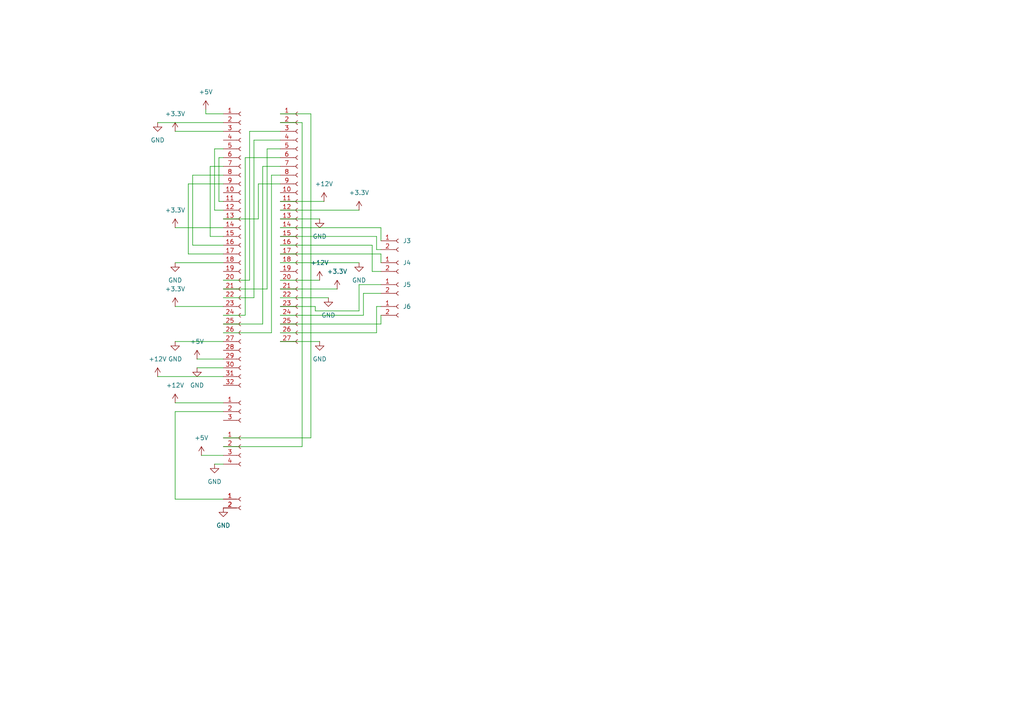
<source format=kicad_sch>
(kicad_sch (version 20250114) (generator "eeschema") (generator_version "9.0")
  (paper "A4")
  (lib_symbols
    (symbol "Connector:Conn_01x02_Socket" (pin_names (offset 1.016) (hide yes))
      (property "Reference" "J" (at 0 2.54 0))
      (property "Value" "Conn_01x02_Socket" (at 0 -5.08 0))
      (symbol "Conn_01x02_Socket_1_1"
        (polyline (pts (xy -1.27 0) (xy -0.508 0)) (stroke (width 0.1524)))
        (polyline (pts (xy -1.27 -2.54) (xy -0.508 -2.54)) (stroke (width 0.1524)))
        (arc (start 0 -0.508) (mid -0.5058 0) (end 0 0.508) (stroke (width 0.1524)))
        (arc (start 0 -3.048) (mid -0.5058 -2.54) (end 0 -2.032) (stroke (width 0.1524)))
        (pin passive line (at -5.08 0 0) (length 3.81) (name "Pin_1") (number "1"))
        (pin passive line (at -5.08 -2.54 0) (length 3.81) (name "Pin_2") (number "2"))
      )
    )
    (symbol "Connector:Conn_01x03_Socket" (pin_names (offset 1.016) (hide yes))
      (property "Reference" "J" (at 0 5.08 0))
      (property "Value" "Conn_01x03_Socket" (at 0 -5.08 0))
      (symbol "Conn_01x03_Socket_1_1"
        (polyline (pts (xy -1.27 2.54) (xy -0.508 2.54)) (stroke (width 0.1524)))
        (polyline (pts (xy -1.27 0) (xy -0.508 0)) (stroke (width 0.1524)))
        (polyline (pts (xy -1.27 -2.54) (xy -0.508 -2.54)) (stroke (width 0.1524)))
        (arc (start 0 2.032) (mid -0.5058 2.54) (end 0 3.048) (stroke (width 0.1524)))
        (arc (start 0 -0.508) (mid -0.5058 0) (end 0 0.508) (stroke (width 0.1524)))
        (arc (start 0 -3.048) (mid -0.5058 -2.54) (end 0 -2.032) (stroke (width 0.1524)))
        (pin passive line (at -5.08 2.54 0) (length 3.81) (name "Pin_1") (number "1"))
        (pin passive line (at -5.08 0 0) (length 3.81) (name "Pin_2") (number "2"))
        (pin passive line (at -5.08 -2.54 0) (length 3.81) (name "Pin_3") (number "3"))
      )
    )
    (symbol "Connector:Conn_01x04_Socket" (pin_names (offset 1.016) (hide yes))
      (property "Reference" "J" (at 0 5.08 0))
      (property "Value" "Conn_01x04_Socket" (at 0 -7.62 0))
      (symbol "Conn_01x04_Socket_1_1"
        (polyline (pts (xy -1.27 2.54) (xy -0.508 2.54)) (stroke (width 0.1524)))
        (polyline (pts (xy -1.27 0) (xy -0.508 0)) (stroke (width 0.1524)))
        (polyline (pts (xy -1.27 -2.54) (xy -0.508 -2.54)) (stroke (width 0.1524)))
        (polyline (pts (xy -1.27 -5.08) (xy -0.508 -5.08)) (stroke (width 0.1524)))
        (arc (start 0 2.032) (mid -0.5058 2.54) (end 0 3.048) (stroke (width 0.1524)))
        (arc (start 0 -0.508) (mid -0.5058 0) (end 0 0.508) (stroke (width 0.1524)))
        (arc (start 0 -3.048) (mid -0.5058 -2.54) (end 0 -2.032) (stroke (width 0.1524)))
        (arc (start 0 -5.588) (mid -0.5058 -5.08) (end 0 -4.572) (stroke (width 0.1524)))
        (pin passive line (at -5.08 2.54 0) (length 3.81) (name "Pin_1") (number "1"))
        (pin passive line (at -5.08 0 0) (length 3.81) (name "Pin_2") (number "2"))
        (pin passive line (at -5.08 -2.54 0) (length 3.81) (name "Pin_3") (number "3"))
        (pin passive line (at -5.08 -5.08 0) (length 3.81) (name "Pin_4") (number "4"))
      )
    )
    (symbol "Connector:Conn_01x27_Socket" (pin_names (offset 1.016) (hide yes))
      (property "Reference" "J" (at 0 35.56 0))
      (property "Value" "Conn_01x27_Socket" (at 0 -35.56 0))
      (symbol "Conn_01x27_Socket_1_1"
        (polyline (pts (xy -1.27 33.02) (xy -0.508 33.02)) (stroke (width 0.1524)))
        (polyline (pts (xy -1.27 30.48) (xy -0.508 30.48)) (stroke (width 0.1524)))
        (polyline (pts (xy -1.27 27.94) (xy -0.508 27.94)) (stroke (width 0.1524)))
        (polyline (pts (xy -1.27 25.4) (xy -0.508 25.4)) (stroke (width 0.1524)))
        (polyline (pts (xy -1.27 22.86) (xy -0.508 22.86)) (stroke (width 0.1524)))
        (polyline (pts (xy -1.27 20.32) (xy -0.508 20.32)) (stroke (width 0.1524)))
        (polyline (pts (xy -1.27 17.78) (xy -0.508 17.78)) (stroke (width 0.1524)))
        (polyline (pts (xy -1.27 15.24) (xy -0.508 15.24)) (stroke (width 0.1524)))
        (polyline (pts (xy -1.27 12.7) (xy -0.508 12.7)) (stroke (width 0.1524)))
        (polyline (pts (xy -1.27 10.16) (xy -0.508 10.16)) (stroke (width 0.1524)))
        (polyline (pts (xy -1.27 7.62) (xy -0.508 7.62)) (stroke (width 0.1524)))
        (polyline (pts (xy -1.27 5.08) (xy -0.508 5.08)) (stroke (width 0.1524)))
        (polyline (pts (xy -1.27 2.54) (xy -0.508 2.54)) (stroke (width 0.1524)))
        (polyline (pts (xy -1.27 0) (xy -0.508 0)) (stroke (width 0.1524)))
        (polyline (pts (xy -1.27 -2.54) (xy -0.508 -2.54)) (stroke (width 0.1524)))
        (polyline (pts (xy -1.27 -5.08) (xy -0.508 -5.08)) (stroke (width 0.1524)))
        (polyline (pts (xy -1.27 -7.62) (xy -0.508 -7.62)) (stroke (width 0.1524)))
        (polyline (pts (xy -1.27 -10.16) (xy -0.508 -10.16)) (stroke (width 0.1524)))
        (polyline (pts (xy -1.27 -12.7) (xy -0.508 -12.7)) (stroke (width 0.1524)))
        (polyline (pts (xy -1.27 -15.24) (xy -0.508 -15.24)) (stroke (width 0.1524)))
        (polyline (pts (xy -1.27 -17.78) (xy -0.508 -17.78)) (stroke (width 0.1524)))
        (polyline (pts (xy -1.27 -20.32) (xy -0.508 -20.32)) (stroke (width 0.1524)))
        (polyline (pts (xy -1.27 -22.86) (xy -0.508 -22.86)) (stroke (width 0.1524)))
        (polyline (pts (xy -1.27 -25.4) (xy -0.508 -25.4)) (stroke (width 0.1524)))
        (polyline (pts (xy -1.27 -27.94) (xy -0.508 -27.94)) (stroke (width 0.1524)))
        (polyline (pts (xy -1.27 -30.48) (xy -0.508 -30.48)) (stroke (width 0.1524)))
        (polyline (pts (xy -1.27 -33.02) (xy -0.508 -33.02)) (stroke (width 0.1524)))
        (arc (start 0 32.512) (mid -0.5058 33.02) (end 0 33.528) (stroke (width 0.1524)))
        (arc (start 0 29.972) (mid -0.5058 30.48) (end 0 30.988) (stroke (width 0.1524)))
        (arc (start 0 27.432) (mid -0.5058 27.94) (end 0 28.448) (stroke (width 0.1524)))
        (arc (start 0 24.892) (mid -0.5058 25.4) (end 0 25.908) (stroke (width 0.1524)))
        (arc (start 0 22.352) (mid -0.5058 22.86) (end 0 23.368) (stroke (width 0.1524)))
        (arc (start 0 19.812) (mid -0.5058 20.32) (end 0 20.828) (stroke (width 0.1524)))
        (arc (start 0 17.272) (mid -0.5058 17.78) (end 0 18.288) (stroke (width 0.1524)))
        (arc (start 0 14.732) (mid -0.5058 15.24) (end 0 15.748) (stroke (width 0.1524)))
        (arc (start 0 12.192) (mid -0.5058 12.7) (end 0 13.208) (stroke (width 0.1524)))
        (arc (start 0 9.652) (mid -0.5058 10.16) (end 0 10.668) (stroke (width 0.1524)))
        (arc (start 0 7.112) (mid -0.5058 7.62) (end 0 8.128) (stroke (width 0.1524)))
        (arc (start 0 4.572) (mid -0.5058 5.08) (end 0 5.588) (stroke (width 0.1524)))
        (arc (start 0 2.032) (mid -0.5058 2.54) (end 0 3.048) (stroke (width 0.1524)))
        (arc (start 0 -0.508) (mid -0.5058 0) (end 0 0.508) (stroke (width 0.1524)))
        (arc (start 0 -3.048) (mid -0.5058 -2.54) (end 0 -2.032) (stroke (width 0.1524)))
        (arc (start 0 -5.588) (mid -0.5058 -5.08) (end 0 -4.572) (stroke (width 0.1524)))
        (arc (start 0 -8.128) (mid -0.5058 -7.62) (end 0 -7.112) (stroke (width 0.1524)))
        (arc (start 0 -10.668) (mid -0.5058 -10.16) (end 0 -9.652) (stroke (width 0.1524)))
        (arc (start 0 -13.208) (mid -0.5058 -12.7) (end 0 -12.192) (stroke (width 0.1524)))
        (arc (start 0 -15.748) (mid -0.5058 -15.24) (end 0 -14.732) (stroke (width 0.1524)))
        (arc (start 0 -18.288) (mid -0.5058 -17.78) (end 0 -17.272) (stroke (width 0.1524)))
        (arc (start 0 -20.828) (mid -0.5058 -20.32) (end 0 -19.812) (stroke (width 0.1524)))
        (arc (start 0 -23.368) (mid -0.5058 -22.86) (end 0 -22.352) (stroke (width 0.1524)))
        (arc (start 0 -25.908) (mid -0.5058 -25.4) (end 0 -24.892) (stroke (width 0.1524)))
        (arc (start 0 -28.448) (mid -0.5058 -27.94) (end 0 -27.432) (stroke (width 0.1524)))
        (arc (start 0 -30.988) (mid -0.5058 -30.48) (end 0 -29.972) (stroke (width 0.1524)))
        (arc (start 0 -33.528) (mid -0.5058 -33.02) (end 0 -32.512) (stroke (width 0.1524)))
        (pin passive line (at -5.08 33.02 0) (length 3.81) (name "Pin_1") (number "1"))
        (pin passive line (at -5.08 30.48 0) (length 3.81) (name "Pin_2") (number "2"))
        (pin passive line (at -5.08 27.94 0) (length 3.81) (name "Pin_3") (number "3"))
        (pin passive line (at -5.08 25.4 0) (length 3.81) (name "Pin_4") (number "4"))
        (pin passive line (at -5.08 22.86 0) (length 3.81) (name "Pin_5") (number "5"))
        (pin passive line (at -5.08 20.32 0) (length 3.81) (name "Pin_6") (number "6"))
        (pin passive line (at -5.08 17.78 0) (length 3.81) (name "Pin_7") (number "7"))
        (pin passive line (at -5.08 15.24 0) (length 3.81) (name "Pin_8") (number "8"))
        (pin passive line (at -5.08 12.7 0) (length 3.81) (name "Pin_9") (number "9"))
        (pin passive line (at -5.08 10.16 0) (length 3.81) (name "Pin_10") (number "10"))
        (pin passive line (at -5.08 7.62 0) (length 3.81) (name "Pin_11") (number "11"))
        (pin passive line (at -5.08 5.08 0) (length 3.81) (name "Pin_12") (number "12"))
        (pin passive line (at -5.08 2.54 0) (length 3.81) (name "Pin_13") (number "13"))
        (pin passive line (at -5.08 0 0) (length 3.81) (name "Pin_14") (number "14"))
        (pin passive line (at -5.08 -2.54 0) (length 3.81) (name "Pin_15") (number "15"))
        (pin passive line (at -5.08 -5.08 0) (length 3.81) (name "Pin_16") (number "16"))
        (pin passive line (at -5.08 -7.62 0) (length 3.81) (name "Pin_17") (number "17"))
        (pin passive line (at -5.08 -10.16 0) (length 3.81) (name "Pin_18") (number "18"))
        (pin passive line (at -5.08 -12.7 0) (length 3.81) (name "Pin_19") (number "19"))
        (pin passive line (at -5.08 -15.24 0) (length 3.81) (name "Pin_20") (number "20"))
        (pin passive line (at -5.08 -17.78 0) (length 3.81) (name "Pin_21") (number "21"))
        (pin passive line (at -5.08 -20.32 0) (length 3.81) (name "Pin_22") (number "22"))
        (pin passive line (at -5.08 -22.86 0) (length 3.81) (name "Pin_23") (number "23"))
        (pin passive line (at -5.08 -25.4 0) (length 3.81) (name "Pin_24") (number "24"))
        (pin passive line (at -5.08 -27.94 0) (length 3.81) (name "Pin_25") (number "25"))
        (pin passive line (at -5.08 -30.48 0) (length 3.81) (name "Pin_26") (number "26"))
        (pin passive line (at -5.08 -33.02 0) (length 3.81) (name "Pin_27") (number "27"))
      )
    )
    (symbol "Connector:Conn_01x32_Socket" (pin_names (offset 1.016) (hide yes))
      (property "Reference" "J" (at 0 40.64 0))
      (property "Value" "Conn_01x32_Socket" (at 0 -43.18 0))
      (symbol "Conn_01x32_Socket_1_1"
        (polyline (pts (xy -1.27 38.1) (xy -0.508 38.1)) (stroke (width 0.1524)))
        (polyline (pts (xy -1.27 35.56) (xy -0.508 35.56)) (stroke (width 0.1524)))
        (polyline (pts (xy -1.27 33.02) (xy -0.508 33.02)) (stroke (width 0.1524)))
        (polyline (pts (xy -1.27 30.48) (xy -0.508 30.48)) (stroke (width 0.1524)))
        (polyline (pts (xy -1.27 27.94) (xy -0.508 27.94)) (stroke (width 0.1524)))
        (polyline (pts (xy -1.27 25.4) (xy -0.508 25.4)) (stroke (width 0.1524)))
        (polyline (pts (xy -1.27 22.86) (xy -0.508 22.86)) (stroke (width 0.1524)))
        (polyline (pts (xy -1.27 20.32) (xy -0.508 20.32)) (stroke (width 0.1524)))
        (polyline (pts (xy -1.27 17.78) (xy -0.508 17.78)) (stroke (width 0.1524)))
        (polyline (pts (xy -1.27 15.24) (xy -0.508 15.24)) (stroke (width 0.1524)))
        (polyline (pts (xy -1.27 12.7) (xy -0.508 12.7)) (stroke (width 0.1524)))
        (polyline (pts (xy -1.27 10.16) (xy -0.508 10.16)) (stroke (width 0.1524)))
        (polyline (pts (xy -1.27 7.62) (xy -0.508 7.62)) (stroke (width 0.1524)))
        (polyline (pts (xy -1.27 5.08) (xy -0.508 5.08)) (stroke (width 0.1524)))
        (polyline (pts (xy -1.27 2.54) (xy -0.508 2.54)) (stroke (width 0.1524)))
        (polyline (pts (xy -1.27 0) (xy -0.508 0)) (stroke (width 0.1524)))
        (polyline (pts (xy -1.27 -2.54) (xy -0.508 -2.54)) (stroke (width 0.1524)))
        (polyline (pts (xy -1.27 -5.08) (xy -0.508 -5.08)) (stroke (width 0.1524)))
        (polyline (pts (xy -1.27 -7.62) (xy -0.508 -7.62)) (stroke (width 0.1524)))
        (polyline (pts (xy -1.27 -10.16) (xy -0.508 -10.16)) (stroke (width 0.1524)))
        (polyline (pts (xy -1.27 -12.7) (xy -0.508 -12.7)) (stroke (width 0.1524)))
        (polyline (pts (xy -1.27 -15.24) (xy -0.508 -15.24)) (stroke (width 0.1524)))
        (polyline (pts (xy -1.27 -17.78) (xy -0.508 -17.78)) (stroke (width 0.1524)))
        (polyline (pts (xy -1.27 -20.32) (xy -0.508 -20.32)) (stroke (width 0.1524)))
        (polyline (pts (xy -1.27 -22.86) (xy -0.508 -22.86)) (stroke (width 0.1524)))
        (polyline (pts (xy -1.27 -25.4) (xy -0.508 -25.4)) (stroke (width 0.1524)))
        (polyline (pts (xy -1.27 -27.94) (xy -0.508 -27.94)) (stroke (width 0.1524)))
        (polyline (pts (xy -1.27 -30.48) (xy -0.508 -30.48)) (stroke (width 0.1524)))
        (polyline (pts (xy -1.27 -33.02) (xy -0.508 -33.02)) (stroke (width 0.1524)))
        (polyline (pts (xy -1.27 -35.56) (xy -0.508 -35.56)) (stroke (width 0.1524)))
        (polyline (pts (xy -1.27 -38.1) (xy -0.508 -38.1)) (stroke (width 0.1524)))
        (polyline (pts (xy -1.27 -40.64) (xy -0.508 -40.64)) (stroke (width 0.1524)))
        (arc (start 0 37.592) (mid -0.5058 38.1) (end 0 38.608) (stroke (width 0.1524)))
        (arc (start 0 35.052) (mid -0.5058 35.56) (end 0 36.068) (stroke (width 0.1524)))
        (arc (start 0 32.512) (mid -0.5058 33.02) (end 0 33.528) (stroke (width 0.1524)))
        (arc (start 0 29.972) (mid -0.5058 30.48) (end 0 30.988) (stroke (width 0.1524)))
        (arc (start 0 27.432) (mid -0.5058 27.94) (end 0 28.448) (stroke (width 0.1524)))
        (arc (start 0 24.892) (mid -0.5058 25.4) (end 0 25.908) (stroke (width 0.1524)))
        (arc (start 0 22.352) (mid -0.5058 22.86) (end 0 23.368) (stroke (width 0.1524)))
        (arc (start 0 19.812) (mid -0.5058 20.32) (end 0 20.828) (stroke (width 0.1524)))
        (arc (start 0 17.272) (mid -0.5058 17.78) (end 0 18.288) (stroke (width 0.1524)))
        (arc (start 0 14.732) (mid -0.5058 15.24) (end 0 15.748) (stroke (width 0.1524)))
        (arc (start 0 12.192) (mid -0.5058 12.7) (end 0 13.208) (stroke (width 0.1524)))
        (arc (start 0 9.652) (mid -0.5058 10.16) (end 0 10.668) (stroke (width 0.1524)))
        (arc (start 0 7.112) (mid -0.5058 7.62) (end 0 8.128) (stroke (width 0.1524)))
        (arc (start 0 4.572) (mid -0.5058 5.08) (end 0 5.588) (stroke (width 0.1524)))
        (arc (start 0 2.032) (mid -0.5058 2.54) (end 0 3.048) (stroke (width 0.1524)))
        (arc (start 0 -0.508) (mid -0.5058 0) (end 0 0.508) (stroke (width 0.1524)))
        (arc (start 0 -3.048) (mid -0.5058 -2.54) (end 0 -2.032) (stroke (width 0.1524)))
        (arc (start 0 -5.588) (mid -0.5058 -5.08) (end 0 -4.572) (stroke (width 0.1524)))
        (arc (start 0 -8.128) (mid -0.5058 -7.62) (end 0 -7.112) (stroke (width 0.1524)))
        (arc (start 0 -10.668) (mid -0.5058 -10.16) (end 0 -9.652) (stroke (width 0.1524)))
        (arc (start 0 -13.208) (mid -0.5058 -12.7) (end 0 -12.192) (stroke (width 0.1524)))
        (arc (start 0 -15.748) (mid -0.5058 -15.24) (end 0 -14.732) (stroke (width 0.1524)))
        (arc (start 0 -18.288) (mid -0.5058 -17.78) (end 0 -17.272) (stroke (width 0.1524)))
        (arc (start 0 -20.828) (mid -0.5058 -20.32) (end 0 -19.812) (stroke (width 0.1524)))
        (arc (start 0 -23.368) (mid -0.5058 -22.86) (end 0 -22.352) (stroke (width 0.1524)))
        (arc (start 0 -25.908) (mid -0.5058 -25.4) (end 0 -24.892) (stroke (width 0.1524)))
        (arc (start 0 -28.448) (mid -0.5058 -27.94) (end 0 -27.432) (stroke (width 0.1524)))
        (arc (start 0 -30.988) (mid -0.5058 -30.48) (end 0 -29.972) (stroke (width 0.1524)))
        (arc (start 0 -33.528) (mid -0.5058 -33.02) (end 0 -32.512) (stroke (width 0.1524)))
        (arc (start 0 -36.068) (mid -0.5058 -35.56) (end 0 -35.052) (stroke (width 0.1524)))
        (arc (start 0 -38.608) (mid -0.5058 -38.1) (end 0 -37.592) (stroke (width 0.1524)))
        (arc (start 0 -41.148) (mid -0.5058 -40.64) (end 0 -40.132) (stroke (width 0.1524)))
        (pin passive line (at -5.08 38.1 0) (length 3.81) (name "Pin_1") (number "1"))
        (pin passive line (at -5.08 35.56 0) (length 3.81) (name "Pin_2") (number "2"))
        (pin passive line (at -5.08 33.02 0) (length 3.81) (name "Pin_3") (number "3"))
        (pin passive line (at -5.08 30.48 0) (length 3.81) (name "Pin_4") (number "4"))
        (pin passive line (at -5.08 27.94 0) (length 3.81) (name "Pin_5") (number "5"))
        (pin passive line (at -5.08 25.4 0) (length 3.81) (name "Pin_6") (number "6"))
        (pin passive line (at -5.08 22.86 0) (length 3.81) (name "Pin_7") (number "7"))
        (pin passive line (at -5.08 20.32 0) (length 3.81) (name "Pin_8") (number "8"))
        (pin passive line (at -5.08 17.78 0) (length 3.81) (name "Pin_9") (number "9"))
        (pin passive line (at -5.08 15.24 0) (length 3.81) (name "Pin_10") (number "10"))
        (pin passive line (at -5.08 12.7 0) (length 3.81) (name "Pin_11") (number "11"))
        (pin passive line (at -5.08 10.16 0) (length 3.81) (name "Pin_12") (number "12"))
        (pin passive line (at -5.08 7.62 0) (length 3.81) (name "Pin_13") (number "13"))
        (pin passive line (at -5.08 5.08 0) (length 3.81) (name "Pin_14") (number "14"))
        (pin passive line (at -5.08 2.54 0) (length 3.81) (name "Pin_15") (number "15"))
        (pin passive line (at -5.08 0 0) (length 3.81) (name "Pin_16") (number "16"))
        (pin passive line (at -5.08 -2.54 0) (length 3.81) (name "Pin_17") (number "17"))
        (pin passive line (at -5.08 -5.08 0) (length 3.81) (name "Pin_18") (number "18"))
        (pin passive line (at -5.08 -7.62 0) (length 3.81) (name "Pin_19") (number "19"))
        (pin passive line (at -5.08 -10.16 0) (length 3.81) (name "Pin_20") (number "20"))
        (pin passive line (at -5.08 -12.7 0) (length 3.81) (name "Pin_21") (number "21"))
        (pin passive line (at -5.08 -15.24 0) (length 3.81) (name "Pin_22") (number "22"))
        (pin passive line (at -5.08 -17.78 0) (length 3.81) (name "Pin_23") (number "23"))
        (pin passive line (at -5.08 -20.32 0) (length 3.81) (name "Pin_24") (number "24"))
        (pin passive line (at -5.08 -22.86 0) (length 3.81) (name "Pin_25") (number "25"))
        (pin passive line (at -5.08 -25.4 0) (length 3.81) (name "Pin_26") (number "26"))
        (pin passive line (at -5.08 -27.94 0) (length 3.81) (name "Pin_27") (number "27"))
        (pin passive line (at -5.08 -30.48 0) (length 3.81) (name "Pin_28") (number "28"))
        (pin passive line (at -5.08 -33.02 0) (length 3.81) (name "Pin_29") (number "29"))
        (pin passive line (at -5.08 -35.56 0) (length 3.81) (name "Pin_30") (number "30"))
        (pin passive line (at -5.08 -38.1 0) (length 3.81) (name "Pin_31") (number "31"))
        (pin passive line (at -5.08 -40.64 0) (length 3.81) (name "Pin_32") (number "32"))
      )
    )
    (symbol "power:+12V" (power) (pin_numbers (hide yes)) (pin_names (offset 0) (hide yes))
      (property "Value" "+12V" (at 0 3.556 0))
      (symbol "+12V_0_1"
        (polyline (pts (xy -0.762 1.27) (xy 0 2.54)))
        (polyline (pts (xy 0 2.54) (xy 0.762 1.27)))
        (polyline (pts (xy 0 0) (xy 0 2.54)))
      )
      (symbol "+12V_1_1"
        (pin power_in line (at 0 0 90) (length 0) (name "~") (number "1"))
      )
    )
    (symbol "power:+3.3V" (power) (pin_numbers (hide yes)) (pin_names (offset 0) (hide yes))
      (property "Value" "+3.3V" (at 0 3.556 0))
      (symbol "+3.3V_0_1"
        (polyline (pts (xy -0.762 1.27) (xy 0 2.54)))
        (polyline (pts (xy 0 2.54) (xy 0.762 1.27)))
        (polyline (pts (xy 0 0) (xy 0 2.54)))
      )
      (symbol "+3.3V_1_1"
        (pin power_in line (at 0 0 90) (length 0) (name "~") (number "1"))
      )
    )
    (symbol "power:+5V" (power) (pin_numbers (hide yes)) (pin_names (offset 0) (hide yes))
      (property "Value" "+5V" (at 0 3.556 0))
      (symbol "+5V_0_1"
        (polyline (pts (xy -0.762 1.27) (xy 0 2.54)))
        (polyline (pts (xy 0 2.54) (xy 0.762 1.27)))
        (polyline (pts (xy 0 0) (xy 0 2.54)))
      )
      (symbol "+5V_1_1"
        (pin power_in line (at 0 0 90) (length 0) (name "~") (number "1"))
      )
    )
    (symbol "power:GND" (power) (pin_numbers (hide yes)) (pin_names (offset 0) (hide yes))
      (property "Value" "GND" (at 0 -3.81 0))
      (symbol "GND_0_1"
        (polyline (pts (xy 0 0) (xy 0 -1.27) (xy 1.27 -1.27) (xy 0 -2.54) (xy -1.27 -1.27) (xy 0 -1.27)))
      )
      (symbol "GND_1_1"
        (pin power_in line (at 0 0 270) (length 0) (name "~") (number "1"))
      )
    )
  )
  (wire (pts (xy 72.39 38.1) (xy 81.28 38.1)))
  (wire (pts (xy 54.61 53.34) (xy 54.61 73.66)))
  (wire (pts (xy 72.39 81.28) (xy 72.39 38.1)))
  (wire (pts (xy 64.77 86.36) (xy 73.66 86.36)))
  (wire (pts (xy 50.8 116.84) (xy 64.77 116.84)))
  (wire (pts (xy 50.8 99.06) (xy 64.77 99.06)))
  (wire (pts (xy 62.23 43.18) (xy 62.23 60.96)))
  (wire (pts (xy 91.44 90.17) (xy 104.14 90.17)))
  (wire (pts (xy 64.77 119.38) (xy 50.8 119.38)))
  (wire (pts (xy 50.8 144.78) (xy 64.77 144.78)))
  (wire (pts (xy 87.63 35.56) (xy 87.63 129.54)))
  (wire (pts (xy 78.74 50.8) (xy 81.28 50.8)))
  (wire (pts (xy 81.28 63.5) (xy 92.71 63.5)))
  (wire (pts (xy 50.8 76.2) (xy 64.77 76.2)))
  (wire (pts (xy 81.28 35.56) (xy 87.63 35.56)))
  (wire (pts (xy 107.95 71.12) (xy 107.95 78.74)))
  (wire (pts (xy 64.77 43.18) (xy 62.23 43.18)))
  (wire (pts (xy 76.2 48.26) (xy 76.2 93.98)))
  (wire (pts (xy 57.15 106.68) (xy 64.77 106.68)))
  (wire (pts (xy 63.5 45.72) (xy 63.5 58.42)))
  (wire (pts (xy 81.28 71.12) (xy 107.95 71.12)))
  (wire (pts (xy 64.77 50.8) (xy 55.88 50.8)))
  (wire (pts (xy 105.41 85.09) (xy 105.41 91.44)))
  (wire (pts (xy 110.49 66.04) (xy 110.49 69.85)))
  (wire (pts (xy 50.8 119.38) (xy 50.8 144.78)))
  (wire (pts (xy 55.88 50.8) (xy 55.88 71.12)))
  (wire (pts (xy 104.14 90.17) (xy 104.14 82.55)))
  (wire (pts (xy 71.12 45.72) (xy 71.12 91.44)))
  (wire (pts (xy 64.77 53.34) (xy 54.61 53.34)))
  (wire (pts (xy 59.69 33.02) (xy 64.77 33.02)))
  (wire (pts (xy 64.77 96.52) (xy 78.74 96.52)))
  (wire (pts (xy 55.88 71.12) (xy 64.77 71.12)))
  (wire (pts (xy 90.17 127) (xy 90.17 33.02)))
  (wire (pts (xy 73.66 86.36) (xy 73.66 40.64)))
  (wire (pts (xy 73.66 40.64) (xy 81.28 40.64)))
  (wire (pts (xy 81.28 83.82) (xy 97.79 83.82)))
  (wire (pts (xy 60.96 68.58) (xy 64.77 68.58)))
  (wire (pts (xy 64.77 129.54) (xy 87.63 129.54)))
  (wire (pts (xy 54.61 73.66) (xy 64.77 73.66)))
  (wire (pts (xy 71.12 91.44) (xy 64.77 91.44)))
  (wire (pts (xy 81.28 45.72) (xy 71.12 45.72)))
  (wire (pts (xy 64.77 127) (xy 90.17 127)))
  (wire (pts (xy 110.49 93.98) (xy 110.49 91.44)))
  (wire (pts (xy 90.17 33.02) (xy 81.28 33.02)))
  (wire (pts (xy 59.69 31.75) (xy 59.69 33.02)))
  (wire (pts (xy 81.28 73.66) (xy 110.49 73.66)))
  (wire (pts (xy 109.22 68.58) (xy 109.22 72.39)))
  (wire (pts (xy 50.8 88.9) (xy 64.77 88.9)))
  (wire (pts (xy 81.28 81.28) (xy 92.71 81.28)))
  (wire (pts (xy 64.77 48.26) (xy 60.96 48.26)))
  (wire (pts (xy 110.49 85.09) (xy 105.41 85.09)))
  (wire (pts (xy 81.28 76.2) (xy 104.14 76.2)))
  (wire (pts (xy 74.93 63.5) (xy 74.93 53.34)))
  (wire (pts (xy 81.28 68.58) (xy 109.22 68.58)))
  (wire (pts (xy 77.47 43.18) (xy 77.47 83.82)))
  (wire (pts (xy 76.2 48.26) (xy 81.28 48.26)))
  (wire (pts (xy 107.95 78.74) (xy 110.49 78.74)))
  (wire (pts (xy 78.74 96.52) (xy 78.74 50.8)))
  (wire (pts (xy 81.28 93.98) (xy 110.49 93.98)))
  (wire (pts (xy 109.22 96.52) (xy 109.22 88.9)))
  (wire (pts (xy 81.28 43.18) (xy 77.47 43.18)))
  (wire (pts (xy 81.28 88.9) (xy 91.44 88.9)))
  (wire (pts (xy 110.49 73.66) (xy 110.49 76.2)))
  (wire (pts (xy 109.22 72.39) (xy 110.49 72.39)))
  (wire (pts (xy 50.8 38.1) (xy 64.77 38.1)))
  (wire (pts (xy 45.72 109.22) (xy 64.77 109.22)))
  (wire (pts (xy 50.8 66.04) (xy 64.77 66.04)))
  (wire (pts (xy 104.14 82.55) (xy 110.49 82.55)))
  (wire (pts (xy 58.42 132.08) (xy 64.77 132.08)))
  (wire (pts (xy 81.28 66.04) (xy 110.49 66.04)))
  (wire (pts (xy 45.72 35.56) (xy 64.77 35.56)))
  (wire (pts (xy 81.28 99.06) (xy 92.71 99.06)))
  (wire (pts (xy 64.77 93.98) (xy 76.2 93.98)))
  (wire (pts (xy 64.77 45.72) (xy 63.5 45.72)))
  (wire (pts (xy 63.5 58.42) (xy 64.77 58.42)))
  (wire (pts (xy 81.28 86.36) (xy 95.25 86.36)))
  (wire (pts (xy 105.41 91.44) (xy 81.28 91.44)))
  (wire (pts (xy 81.28 58.42) (xy 93.98 58.42)))
  (wire (pts (xy 81.28 60.96) (xy 104.14 60.96)))
  (wire (pts (xy 81.28 96.52) (xy 109.22 96.52)))
  (wire (pts (xy 64.77 63.5) (xy 74.93 63.5)))
  (wire (pts (xy 64.77 81.28) (xy 72.39 81.28)))
  (wire (pts (xy 57.15 104.14) (xy 64.77 104.14)))
  (wire (pts (xy 62.23 60.96) (xy 64.77 60.96)))
  (wire (pts (xy 109.22 88.9) (xy 110.49 88.9)))
  (wire (pts (xy 77.47 83.82) (xy 64.77 83.82)))
  (wire (pts (xy 91.44 88.9) (xy 91.44 90.17)))
  (wire (pts (xy 62.23 134.62) (xy 64.77 134.62)))
  (wire (pts (xy 60.96 48.26) (xy 60.96 68.58)))
  (wire (pts (xy 74.93 53.34) (xy 81.28 53.34)))
  (symbol (lib_id "power:+12V") (at 45.72 109.22 0) (unit 1)
    (property "Reference" "#PWR020" (effects (hide yes)))
    (property "Value" "+12V" (at 45.72 104.14 0))
    (property "Description" "Power symbol creates a global label with name \"+12V\"" (effects (hide yes)))
  )
  (symbol (lib_id "Connector:Conn_01x32_Socket") (at 69.85 71.12 0) (unit 1)
    (property "Reference" "J1" (effects (hide yes)))
    (property "Value" "Conn_01x32_Socket" (effects (hide yes)))
    (property "Footprint" "Connector_PinHeader_2.54mm:PinHeader_1x32_P2.54mm_Vertical" (effects (hide yes)))
    (property "Description" "Generic connector, single row, 01x32, script generated" (effects (hide yes)))
  )
  (symbol (lib_id "Connector:Conn_01x04_Socket") (at 69.85 129.54 0) (unit 1)
    (property "Reference" "J7" (effects (hide yes)))
    (property "Value" "Conn_01x04_Socket" (effects (hide yes)))
    (property "Footprint" "Connector_PinHeader_2.54mm:PinHeader_1x04_P2.54mm_Vertical" (effects (hide yes)))
    (property "Description" "Generic connector, single row, 01x04, script generated" (effects (hide yes)))
  )
  (symbol (lib_id "power:GND") (at 62.23 134.62 0) (unit 1)
    (property "Reference" "#PWR017" (effects (hide yes)))
    (property "Value" "GND" (at 62.23 139.7 0))
    (property "Description" "Power symbol creates a global label with name \"GND\" , ground" (effects (hide yes)))
  )
  (symbol (lib_id "Connector:Conn_01x27_Socket") (at 86.36 66.04 0) (unit 1)
    (property "Reference" "J8" (effects (hide yes)))
    (property "Value" "Conn_01x27_Socket" (effects (hide yes)))
    (property "Footprint" "Connector_PinHeader_2.54mm:PinHeader_1x27_P2.54mm_Vertical" (effects (hide yes)))
    (property "Description" "Generic connector, single row, 01x27, script generated" (effects (hide yes)))
  )
  (symbol (lib_id "Connector:Conn_01x02_Socket") (at 69.85 144.78 0) (unit 1)
    (property "Reference" "J9" (effects (hide yes)))
    (property "Value" "Conn_01x02_Socket" (effects (hide yes)))
    (property "Footprint" "Connector_PinHeader_2.54mm:PinHeader_1x02_P2.54mm_Vertical" (effects (hide yes)))
    (property "Description" "Generic connector, single row, 01x02, script generated" (effects (hide yes)))
  )
  (symbol (lib_id "power:+12V") (at 92.71 81.28 0) (unit 1)
    (property "Reference" "#PWR012" (effects (hide yes)))
    (property "Value" "+12V" (at 92.71 76.2 0))
    (property "Description" "Power symbol creates a global label with name \"+12V\"" (effects (hide yes)))
  )
  (symbol (lib_id "power:GND") (at 45.72 35.56 0) (unit 1)
    (property "Reference" "#PWR02" (effects (hide yes)))
    (property "Value" "GND" (at 45.72 40.64 0))
    (property "Description" "Power symbol creates a global label with name \"GND\" , ground" (effects (hide yes)))
  )
  (symbol (lib_id "power:+5V") (at 59.69 31.75 0) (unit 1)
    (property "Reference" "#PWR03" (effects (hide yes)))
    (property "Value" "+5V" (at 59.69 26.67 0))
    (property "Description" "Power symbol creates a global label with name \"+5V\"" (effects (hide yes)))
  )
  (symbol (lib_id "power:+3.3V") (at 50.8 66.04 0) (unit 1)
    (property "Reference" "#PWR04" (effects (hide yes)))
    (property "Value" "+3.3V" (at 50.8 60.96 0))
    (property "Description" "Power symbol creates a global label with name \"+3.3V\"" (effects (hide yes)))
  )
  (symbol (lib_id "Connector:Conn_01x02_Socket") (at 115.57 76.2 0) (unit 1)
    (property "Reference" "J4" (at 116.84 76.1999 0) (effects (justify left)))
    (property "Value" "Conn_01x02_Socket" (effects (hide yes)))
    (property "Footprint" "Connector_PinHeader_2.54mm:PinHeader_1x02_P2.54mm_Vertical" (effects (hide yes)))
    (property "Description" "Generic connector, single row, 01x02, script generated" (effects (hide yes)))
  )
  (symbol (lib_id "power:+12V") (at 93.98 58.42 0) (unit 1)
    (property "Reference" "#PWR08" (effects (hide yes)))
    (property "Value" "+12V" (at 93.98 53.34 0))
    (property "Description" "Power symbol creates a global label with name \"+12V\"" (effects (hide yes)))
  )
  (symbol (lib_id "power:+3.3V") (at 50.8 38.1 0) (unit 1)
    (property "Reference" "#PWR01" (effects (hide yes)))
    (property "Value" "+3.3V" (at 50.8 33.02 0))
    (property "Description" "Power symbol creates a global label with name \"+3.3V\"" (effects (hide yes)))
  )
  (symbol (lib_id "Connector:Conn_01x02_Socket") (at 115.57 88.9 0) (unit 1)
    (property "Reference" "J6" (at 116.84 88.8999 0) (effects (justify left)))
    (property "Value" "Conn_01x02_Socket" (effects (hide yes)))
    (property "Footprint" "Connector_PinHeader_2.54mm:PinHeader_1x02_P2.54mm_Vertical" (effects (hide yes)))
    (property "Description" "Generic connector, single row, 01x02, script generated" (effects (hide yes)))
  )
  (symbol (lib_id "power:+12V") (at 50.8 116.84 0) (unit 1)
    (property "Reference" "#PWR021" (effects (hide yes)))
    (property "Value" "+12V" (at 50.8 111.76 0))
    (property "Description" "Power symbol creates a global label with name \"+12V\"" (effects (hide yes)))
  )
  (symbol (lib_id "power:+5V") (at 58.42 132.08 0) (unit 1)
    (property "Reference" "#PWR016" (effects (hide yes)))
    (property "Value" "+5V" (at 58.42 127 0))
    (property "Description" "Power symbol creates a global label with name \"+5V\"" (effects (hide yes)))
  )
  (symbol (lib_id "Connector:Conn_01x02_Socket") (at 115.57 82.55 0) (unit 1)
    (property "Reference" "J5" (at 116.84 82.5499 0) (effects (justify left)))
    (property "Value" "Conn_01x02_Socket" (effects (hide yes)))
    (property "Footprint" "Connector_PinHeader_2.54mm:PinHeader_1x02_P2.54mm_Vertical" (effects (hide yes)))
    (property "Description" "Generic connector, single row, 01x02, script generated" (effects (hide yes)))
  )
  (symbol (lib_id "power:GND") (at 95.25 86.36 0) (unit 1)
    (property "Reference" "#PWR014" (effects (hide yes)))
    (property "Value" "GND" (at 95.25 91.44 0))
    (property "Description" "Power symbol creates a global label with name \"GND\" , ground" (effects (hide yes)))
  )
  (symbol (lib_id "power:GND") (at 57.15 106.68 0) (unit 1)
    (property "Reference" "#PWR019" (effects (hide yes)))
    (property "Value" "GND" (at 57.15 111.76 0))
    (property "Description" "Power symbol creates a global label with name \"GND\" , ground" (effects (hide yes)))
  )
  (symbol (lib_id "power:+3.3V") (at 50.8 88.9 0) (unit 1)
    (property "Reference" "#PWR06" (effects (hide yes)))
    (property "Value" "+3.3V" (at 50.8 83.82 0))
    (property "Description" "Power symbol creates a global label with name \"+3.3V\"" (effects (hide yes)))
  )
  (symbol (lib_id "power:+5V") (at 57.15 104.14 0) (unit 1)
    (property "Reference" "#PWR018" (effects (hide yes)))
    (property "Value" "+5V" (at 57.15 99.06 0))
    (property "Description" "Power symbol creates a global label with name \"+5V\"" (effects (hide yes)))
  )
  (symbol (lib_id "power:GND") (at 92.71 99.06 0) (unit 1)
    (property "Reference" "#PWR015" (effects (hide yes)))
    (property "Value" "GND" (at 92.71 104.14 0))
    (property "Description" "Power symbol creates a global label with name \"GND\" , ground" (effects (hide yes)))
  )
  (symbol (lib_id "power:GND") (at 50.8 76.2 0) (unit 1)
    (property "Reference" "#PWR05" (effects (hide yes)))
    (property "Value" "GND" (at 50.8 81.28 0))
    (property "Description" "Power symbol creates a global label with name \"GND\" , ground" (effects (hide yes)))
  )
  (symbol (lib_id "power:GND") (at 92.71 63.5 0) (unit 1)
    (property "Reference" "#PWR010" (effects (hide yes)))
    (property "Value" "GND" (at 92.71 68.58 0))
    (property "Description" "Power symbol creates a global label with name \"GND\" , ground" (effects (hide yes)))
  )
  (symbol (lib_id "power:GND") (at 104.14 76.2 0) (unit 1)
    (property "Reference" "#PWR011" (effects (hide yes)))
    (property "Value" "GND" (at 104.14 81.28 0))
    (property "Description" "Power symbol creates a global label with name \"GND\" , ground" (effects (hide yes)))
  )
  (symbol (lib_id "power:GND") (at 50.8 99.06 0) (unit 1)
    (property "Reference" "#PWR07" (effects (hide yes)))
    (property "Value" "GND" (at 50.8 104.14 0))
    (property "Description" "Power symbol creates a global label with name \"GND\" , ground" (effects (hide yes)))
  )
  (symbol (lib_id "power:GND") (at 64.77 147.32 0) (unit 1)
    (property "Reference" "#PWR022" (effects (hide yes)))
    (property "Value" "GND" (at 64.77 152.4 0))
    (property "Description" "Power symbol creates a global label with name \"GND\" , ground" (effects (hide yes)))
  )
  (symbol (lib_id "power:+3.3V") (at 97.79 83.82 0) (unit 1)
    (property "Reference" "#PWR013" (effects (hide yes)))
    (property "Value" "+3.3V" (at 97.79 78.74 0))
    (property "Description" "Power symbol creates a global label with name \"+3.3V\"" (effects (hide yes)))
  )
  (symbol (lib_id "Connector:Conn_01x02_Socket") (at 115.57 69.85 0) (unit 1)
    (property "Reference" "J3" (at 116.84 69.8499 0) (effects (justify left)))
    (property "Value" "Conn_01x02_Socket" (effects (hide yes)))
    (property "Footprint" "Connector_PinHeader_2.54mm:PinHeader_1x02_P2.54mm_Vertical" (effects (hide yes)))
    (property "Description" "Generic connector, single row, 01x02, script generated" (effects (hide yes)))
  )
  (symbol (lib_id "power:+3.3V") (at 104.14 60.96 0) (unit 1)
    (property "Reference" "#PWR09" (effects (hide yes)))
    (property "Value" "+3.3V" (at 104.14 55.88 0))
    (property "Description" "Power symbol creates a global label with name \"+3.3V\"" (effects (hide yes)))
  )
  (symbol (lib_id "Connector:Conn_01x03_Socket") (at 69.85 119.38 0) (unit 1)
    (property "Reference" "J2" (effects (hide yes)))
    (property "Value" "Conn_01x03_Socket" (effects (hide yes)))
    (property "Footprint" "Connector_PinHeader_2.54mm:PinHeader_1x03_P2.54mm_Vertical" (effects (hide yes)))
    (property "Description" "Generic connector, single row, 01x03, script generated" (effects (hide yes)))
  )
)
</source>
